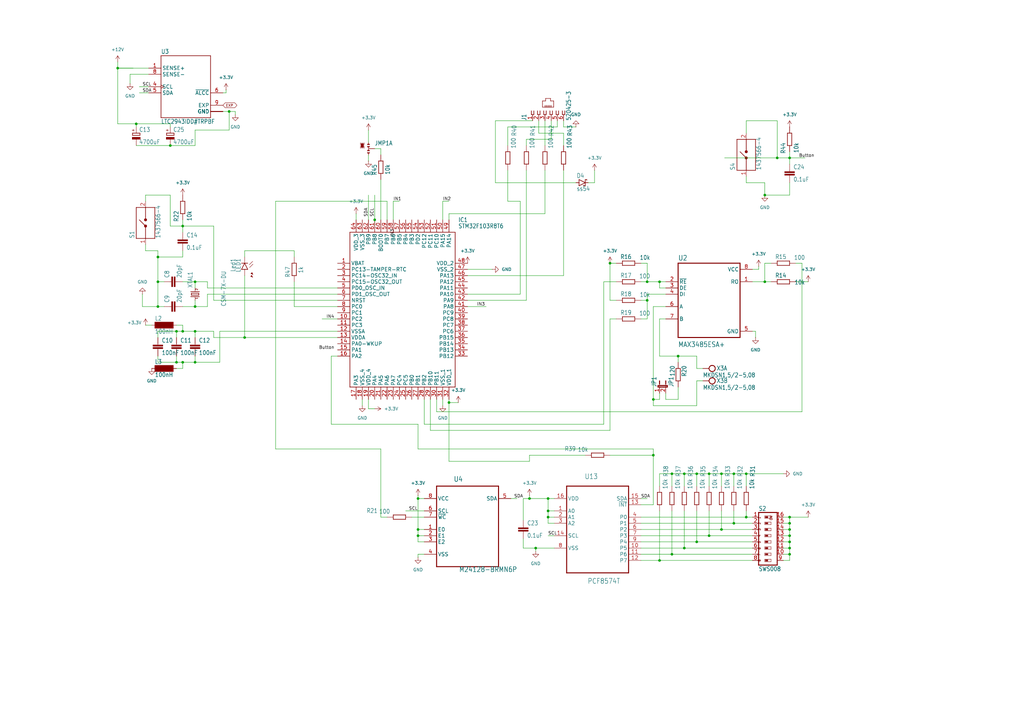
<source format=kicad_sch>
(kicad_sch (version 20250114) (generator "eeschema") (generator_version "9.0")
  (paper "A3")
  (title_block (title "RTU-Eneragro") (date "2025-08-29") (rev "2.0") (company "ELECTROSHOP") (comment 1 "Colaborator 1: Eliceo Ocampo Ccoicca"))
  (junction (at 270.51 229.87))
  (junction (at 80.01 148.59))
  (junction (at 323.85 224.79))
  (junction (at 74.93 148.59))
  (junction (at 323.85 219.71))
  (junction (at 300.99 194.31))
  (junction (at 80.01 135.89))
  (junction (at 323.85 227.33))
  (junction (at 318.77 64.77))
  (junction (at 224.79 212.09))
  (junction (at 306.07 194.31))
  (junction (at 290.83 194.31))
  (junction (at 275.59 194.31))
  (junction (at 295.91 194.31))
  (junction (at 74.93 135.89))
  (junction (at 171.45 219.71))
  (junction (at 267.97 163.83))
  (junction (at 74.93 92.71))
  (junction (at 278.13 146.05))
  (junction (at 275.59 227.33))
  (junction (at 80.01 115.57))
  (junction (at 64.77 125.73))
  (junction (at 323.85 64.77))
  (junction (at 306.07 212.09))
  (junction (at 323.85 212.09))
  (junction (at 69.85 59.69))
  (junction (at 64.77 105.41))
  (junction (at 323.85 222.25))
  (junction (at 270.51 115.57))
  (junction (at 323.85 214.63))
  (junction (at 224.79 204.47))
  (junction (at 280.67 224.79))
  (junction (at 171.45 204.47))
  (junction (at 219.71 224.79))
  (junction (at 48.26 27.94))
  (junction (at 100.33 138.43))
  (junction (at 64.77 115.57))
  (junction (at 250.19 107.95))
  (junction (at 313.69 80.01))
  (junction (at 265.43 115.57))
  (junction (at 265.43 123.19))
  (junction (at 72.39 148.59))
  (junction (at 280.67 194.31))
  (junction (at 72.39 135.89))
  (junction (at 171.45 217.17))
  (junction (at 217.17 204.47))
  (junction (at 153.67 90.17))
  (junction (at 285.75 194.31))
  (junction (at 80.01 125.73))
  (junction (at 290.83 219.71))
  (junction (at 313.69 115.57))
  (junction (at 295.91 217.17))
  (junction (at 55.88 50.8))
  (junction (at 300.99 214.63))
  (junction (at 224.79 209.55))
  (junction (at 285.75 222.25))
  (junction (at 323.85 217.17))
  (junction (at 267.97 186.69))
  (junction (at 93.98 45.72))
  (junction (at 184.15 165.1))
  (wire (pts (xy 120.65 125.73) (xy 120.65 115.57)) (stroke (width 0.1524)))
  (wire (pts (xy 309.88 135.89) (xy 309.88 138.43)))
  (wire (pts (xy 215.9 57.15) (xy 215.9 59.69)) (stroke (width 0.1524)))
  (wire (pts (xy 171.45 222.25) (xy 171.45 219.71)) (stroke (width 0.1524)))
  (wire (pts (xy 90.17 148.59) (xy 80.01 148.59)) (stroke (width 0.1524)))
  (wire (pts (xy 306.07 199.39) (xy 306.07 194.31)) (stroke (width 0.1524)))
  (wire (pts (xy 306.07 212.09) (xy 262.89 212.09)) (stroke (width 0.1524)))
  (wire (pts (xy 285.75 194.31) (xy 290.83 194.31)) (stroke (width 0.1524)))
  (wire (pts (xy 80.01 53.34) (xy 93.98 53.34)) (stroke (width 0.1524)))
  (wire (pts (xy 138.43 125.73) (xy 120.65 125.73)) (stroke (width 0.1524)))
  (wire (pts (xy 90.17 135.89) (xy 90.17 148.59)) (stroke (width 0.1524)))
  (wire (pts (xy 138.43 120.65) (xy 85.09 120.65)) (stroke (width 0.1524)))
  (wire (pts (xy 151.13 80.01) (xy 151.13 90.17)) (stroke (width 0.1524)))
  (wire (pts (xy 173.99 227.33) (xy 171.45 227.33)))
  (wire (pts (xy 64.77 105.41) (xy 74.93 105.41)) (stroke (width 0.1524)))
  (wire (pts (xy 113.03 82.55) (xy 113.03 184.15)) (stroke (width 0.1524)))
  (wire (pts (xy 171.45 217.17) (xy 171.45 204.47)) (stroke (width 0.1524)))
  (wire (pts (xy 69.85 92.71) (xy 74.93 92.71)) (stroke (width 0.1524)))
  (wire (pts (xy 181.61 82.55) (xy 184.15 82.55)))
  (wire (pts (xy 215.9 123.19) (xy 215.9 69.85)) (stroke (width 0.1524)))
  (wire (pts (xy 93.98 53.34) (xy 93.98 45.72)) (stroke (width 0.1524)))
  (wire (pts (xy 267.97 163.83) (xy 267.97 125.73)) (stroke (width 0.1524)))
  (wire (pts (xy 69.85 80.01) (xy 69.85 92.71)) (stroke (width 0.1524)))
  (wire (pts (xy 252.73 115.57) (xy 247.65 115.57)) (stroke (width 0.1524)))
  (wire (pts (xy 228.6 52.07) (xy 228.6 49.53)) (stroke (width 0.1524)))
  (wire (pts (xy 156.21 184.15) (xy 156.21 212.09)) (stroke (width 0.1524)))
  (wire (pts (xy 240.03 186.69) (xy 217.17 186.69)) (stroke (width 0.1524)))
  (wire (pts (xy 72.39 148.59) (xy 74.93 148.59)) (stroke (width 0.1524)))
  (wire (pts (xy 100.33 138.43) (xy 87.63 138.43)) (stroke (width 0.1524)))
  (wire (pts (xy 231.14 52.07) (xy 236.22 52.07)) (stroke (width 0.1524)))
  (wire (pts (xy 151.13 63.5) (xy 151.13 66.04)) (stroke (width 0.1524)))
  (wire (pts (xy 243.84 69.85) (xy 243.84 74.93)) (stroke (width 0.1524)))
  (wire (pts (xy 323.85 219.71) (xy 323.85 217.17)) (stroke (width 0.1524)))
  (wire (pts (xy 80.01 59.69) (xy 80.01 53.34)) (stroke (width 0.1524)))
  (wire (pts (xy 321.31 217.17) (xy 323.85 217.17)) (stroke (width 0.1524)))
  (wire (pts (xy 214.63 220.98) (xy 214.63 224.79)) (stroke (width 0.1524)))
  (wire (pts (xy 92.71 36.83) (xy 92.71 38.1)))
  (wire (pts (xy 265.43 115.57) (xy 262.89 115.57)) (stroke (width 0.1524)))
  (wire (pts (xy 278.13 146.05) (xy 270.51 146.05)) (stroke (width 0.1524)))
  (wire (pts (xy 85.09 118.11) (xy 85.09 115.57)) (stroke (width 0.1524)))
  (wire (pts (xy 171.45 219.71) (xy 171.45 217.17)) (stroke (width 0.1524)))
  (wire (pts (xy 179.07 168.91) (xy 328.93 168.91)) (stroke (width 0.1524)))
  (wire (pts (xy 297.18 64.77) (xy 318.77 64.77)) (stroke (width 0.1524)))
  (wire (pts (xy 224.79 214.63) (xy 224.79 212.09)) (stroke (width 0.1524)))
  (wire (pts (xy 308.61 217.17) (xy 295.91 217.17)) (stroke (width 0.1524)))
  (wire (pts (xy 270.51 194.31) (xy 275.59 194.31)) (stroke (width 0.1524)))
  (wire (pts (xy 74.93 133.35) (xy 74.93 135.89)) (stroke (width 0.1524)))
  (wire (pts (xy 57.15 38.1) (xy 60.96 38.1)) (stroke (width 0.1524)))
  (wire (pts (xy 138.43 135.89) (xy 90.17 135.89)) (stroke (width 0.1524)))
  (wire (pts (xy 285.75 146.05) (xy 278.13 146.05)) (stroke (width 0.1524)))
  (wire (pts (xy 290.83 199.39) (xy 290.83 194.31)) (stroke (width 0.1524)))
  (wire (pts (xy 227.33 209.55) (xy 224.79 209.55)) (stroke (width 0.1524)))
  (wire (pts (xy 191.77 113.03) (xy 231.14 113.03)) (stroke (width 0.1524)))
  (wire (pts (xy 278.13 148.59) (xy 278.13 146.05)) (stroke (width 0.1524)))
  (wire (pts (xy 250.19 176.53) (xy 176.53 176.53)) (stroke (width 0.1524)))
  (wire (pts (xy 231.14 49.53) (xy 231.14 52.07)) (stroke (width 0.1524)))
  (wire (pts (xy 184.15 87.63) (xy 223.52 87.63)) (stroke (width 0.1524)))
  (wire (pts (xy 323.85 217.17) (xy 323.85 214.63)) (stroke (width 0.1524)))
  (wire (pts (xy 308.61 227.33) (xy 275.59 227.33)) (stroke (width 0.1524)))
  (wire (pts (xy 323.85 64.77) (xy 323.85 67.31)) (stroke (width 0.1524)))
  (wire (pts (xy 156.21 90.17) (xy 156.21 73.66)) (stroke (width 0.1524)))
  (wire (pts (xy 275.59 209.55) (xy 275.59 227.33)) (stroke (width 0.1524)))
  (wire (pts (xy 223.52 87.63) (xy 223.52 69.85)) (stroke (width 0.1524)))
  (wire (pts (xy 85.09 125.73) (xy 80.01 125.73)) (stroke (width 0.1524)))
  (wire (pts (xy 151.13 163.83) (xy 151.13 167.64)))
  (wire (pts (xy 265.43 120.65) (xy 273.05 120.65)) (stroke (width 0.1524)))
  (wire (pts (xy 311.15 109.22) (xy 311.15 110.49)) (stroke (width 0.1524)))
  (wire (pts (xy 138.43 146.05) (xy 135.89 146.05)) (stroke (width 0.1524)))
  (wire (pts (xy 252.73 123.19) (xy 250.19 123.19)) (stroke (width 0.1524)))
  (wire (pts (xy 96.52 46.99) (xy 96.52 45.72)))
  (wire (pts (xy 313.69 107.95) (xy 313.69 115.57)) (stroke (width 0.1524)))
  (wire (pts (xy 74.93 135.89) (xy 80.01 135.89)) (stroke (width 0.1524)))
  (wire (pts (xy 262.89 107.95) (xy 265.43 107.95)) (stroke (width 0.1524)))
  (wire (pts (xy 227.33 214.63) (xy 224.79 214.63)) (stroke (width 0.1524)))
  (wire (pts (xy 323.85 74.93) (xy 323.85 80.01)) (stroke (width 0.1524)))
  (wire (pts (xy 226.06 57.15) (xy 215.9 57.15)) (stroke (width 0.1524)))
  (wire (pts (xy 247.65 115.57) (xy 247.65 173.99)) (stroke (width 0.1524)))
  (wire (pts (xy 273.05 115.57) (xy 270.51 115.57)) (stroke (width 0.1524)))
  (wire (pts (xy 214.63 204.47) (xy 217.17 204.47)) (stroke (width 0.1524)))
  (wire (pts (xy 48.26 25.4) (xy 48.26 27.94)))
  (wire (pts (xy 179.07 163.83) (xy 179.07 168.91)) (stroke (width 0.1524)))
  (wire (pts (xy 275.59 227.33) (xy 262.89 227.33)) (stroke (width 0.1524)))
  (wire (pts (xy 220.98 54.61) (xy 220.98 49.53)) (stroke (width 0.1524)))
  (wire (pts (xy 308.61 229.87) (xy 270.51 229.87)) (stroke (width 0.1524)))
  (wire (pts (xy 247.65 173.99) (xy 173.99 173.99)) (stroke (width 0.1524)))
  (wire (pts (xy 223.52 59.69) (xy 223.52 49.53)) (stroke (width 0.1524)))
  (wire (pts (xy 311.15 110.49) (xy 308.61 110.49)) (stroke (width 0.1524)))
  (wire (pts (xy 323.85 227.33) (xy 323.85 224.79)) (stroke (width 0.1524)))
  (wire (pts (xy 267.97 207.01) (xy 267.97 186.69)) (stroke (width 0.1524)))
  (wire (pts (xy 300.99 199.39) (xy 300.99 194.31)) (stroke (width 0.1524)))
  (wire (pts (xy 203.2 74.93) (xy 203.2 49.53)) (stroke (width 0.1524)))
  (wire (pts (xy 227.33 212.09) (xy 224.79 212.09)) (stroke (width 0.1524)))
  (wire (pts (xy 203.2 49.53) (xy 218.44 49.53)) (stroke (width 0.1524)))
  (wire (pts (xy 270.51 118.11) (xy 270.51 115.57)) (stroke (width 0.1524)))
  (wire (pts (xy 184.15 165.1) (xy 187.96 165.1)))
  (wire (pts (xy 231.14 113.03) (xy 231.14 69.85)) (stroke (width 0.1524)))
  (wire (pts (xy 48.26 27.94) (xy 60.96 27.94)) (stroke (width 0.1524)))
  (wire (pts (xy 306.07 74.93) (xy 313.69 74.93)) (stroke (width 0.1524)))
  (wire (pts (xy 72.39 135.89) (xy 74.93 135.89)) (stroke (width 0.1524)))
  (wire (pts (xy 181.61 163.83) (xy 181.61 166.37)) (stroke (width 0.1524)))
  (wire (pts (xy 213.36 82.55) (xy 208.28 82.55)) (stroke (width 0.1524)))
  (wire (pts (xy 321.31 219.71) (xy 323.85 219.71)) (stroke (width 0.1524)))
  (wire (pts (xy 313.69 74.93) (xy 313.69 80.01)) (stroke (width 0.1524)))
  (wire (pts (xy 267.97 166.37) (xy 267.97 163.83)) (stroke (width 0.1524)))
  (wire (pts (xy 270.51 209.55) (xy 270.51 229.87)) (stroke (width 0.1524)))
  (wire (pts (xy 158.75 82.55) (xy 113.03 82.55)) (stroke (width 0.1524)))
  (wire (pts (xy 69.85 52.07) (xy 69.85 50.8)) (stroke (width 0.1524)))
  (wire (pts (xy 74.93 92.71) (xy 74.93 95.25)) (stroke (width 0.1524)))
  (wire (pts (xy 55.88 59.69) (xy 69.85 59.69)) (stroke (width 0.1524)))
  (wire (pts (xy 158.75 90.17) (xy 158.75 82.55)) (stroke (width 0.1524)))
  (wire (pts (xy 323.85 222.25) (xy 323.85 219.71)) (stroke (width 0.1524)))
  (wire (pts (xy 74.93 105.41) (xy 74.93 102.87)) (stroke (width 0.1524)))
  (wire (pts (xy 318.77 64.77) (xy 323.85 64.77)) (stroke (width 0.1524)))
  (wire (pts (xy 290.83 194.31) (xy 295.91 194.31)) (stroke (width 0.1524)))
  (wire (pts (xy 161.29 82.55) (xy 163.83 82.55)))
  (wire (pts (xy 270.51 146.05) (xy 270.51 130.81)) (stroke (width 0.1524)))
  (wire (pts (xy 151.13 53.34) (xy 151.13 58.42)))
  (wire (pts (xy 295.91 194.31) (xy 300.99 194.31)) (stroke (width 0.1524)))
  (wire (pts (xy 306.07 194.31) (xy 321.31 194.31)) (stroke (width 0.1524)))
  (wire (pts (xy 146.05 90.17) (xy 146.05 87.63)) (stroke (width 0.1524)))
  (wire (pts (xy 323.85 212.09) (xy 331.47 212.09)) (stroke (width 0.1524)))
  (wire (pts (xy 308.61 212.09) (xy 306.07 212.09)) (stroke (width 0.1524)))
  (wire (pts (xy 316.23 107.95) (xy 313.69 107.95)) (stroke (width 0.1524)))
  (wire (pts (xy 308.61 214.63) (xy 300.99 214.63)) (stroke (width 0.1524)))
  (wire (pts (xy 250.19 130.81) (xy 250.19 176.53)) (stroke (width 0.1524)))
  (wire (pts (xy 173.99 219.71) (xy 171.45 219.71)) (stroke (width 0.1524)))
  (wire (pts (xy 267.97 184.15) (xy 267.97 186.69)) (stroke (width 0.1524)))
  (wire (pts (xy 273.05 118.11) (xy 270.51 118.11)) (stroke (width 0.1524)))
  (wire (pts (xy 270.51 199.39) (xy 270.51 194.31)) (stroke (width 0.1524)))
  (wire (pts (xy 306.07 72.39) (xy 306.07 74.93)) (stroke (width 0.1524)))
  (wire (pts (xy 138.43 118.11) (xy 85.09 118.11)) (stroke (width 0.1524)))
  (wire (pts (xy 275.59 194.31) (xy 280.67 194.31)) (stroke (width 0.1524)))
  (wire (pts (xy 171.45 173.99) (xy 171.45 184.15)) (stroke (width 0.1524)))
  (wire (pts (xy 270.51 163.83) (xy 267.97 163.83)) (stroke (width 0.1524)))
  (wire (pts (xy 219.71 224.79) (xy 227.33 224.79)) (stroke (width 0.1524)))
  (wire (pts (xy 323.85 62.23) (xy 323.85 64.77)) (stroke (width 0.1524)))
  (wire (pts (xy 300.99 194.31) (xy 306.07 194.31)) (stroke (width 0.1524)))
  (wire (pts (xy 306.07 49.53) (xy 318.77 49.53)) (stroke (width 0.1524)))
  (wire (pts (xy 265.43 107.95) (xy 265.43 115.57)) (stroke (width 0.1524)))
  (wire (pts (xy 153.67 92.71) (xy 153.67 90.17)) (stroke (width 0.1524)))
  (wire (pts (xy 156.21 212.09) (xy 158.75 212.09)) (stroke (width 0.1524)))
  (wire (pts (xy 156.21 60.96) (xy 153.67 60.96)) (stroke (width 0.1524)))
  (wire (pts (xy 55.88 50.8) (xy 55.88 52.07)) (stroke (width 0.1524)))
  (wire (pts (xy 285.75 166.37) (xy 267.97 166.37)) (stroke (width 0.1524)))
  (wire (pts (xy 265.43 130.81) (xy 265.43 123.19)) (stroke (width 0.1524)))
  (wire (pts (xy 173.99 212.09) (xy 168.91 212.09)) (stroke (width 0.1524)))
  (wire (pts (xy 132.08 130.81) (xy 138.43 130.81)))
  (wire (pts (xy 74.93 90.17) (xy 74.93 92.71)) (stroke (width 0.1524)))
  (wire (pts (xy 224.79 219.71) (xy 227.33 219.71)) (stroke (width 0.1524)))
  (wire (pts (xy 270.51 229.87) (xy 262.89 229.87)) (stroke (width 0.1524)))
  (wire (pts (xy 74.93 151.13) (xy 74.93 148.59)) (stroke (width 0.1524)))
  (wire (pts (xy 224.79 204.47) (xy 217.17 204.47)) (stroke (width 0.1524)))
  (wire (pts (xy 288.29 151.13) (xy 285.75 151.13)) (stroke (width 0.1524)))
  (wire (pts (xy 55.88 50.8) (xy 69.85 50.8)) (stroke (width 0.1524)))
  (wire (pts (xy 270.51 115.57) (xy 265.43 115.57)) (stroke (width 0.1524)))
  (wire (pts (xy 191.77 123.19) (xy 215.9 123.19)) (stroke (width 0.1524)))
  (wire (pts (xy 59.69 80.01) (xy 59.69 82.55)) (stroke (width 0.1524)))
  (wire (pts (xy 191.77 125.73) (xy 199.39 125.73)))
  (wire (pts (xy 64.77 148.59) (xy 72.39 148.59)) (stroke (width 0.1524)))
  (wire (pts (xy 224.79 209.55) (xy 224.79 204.47)) (stroke (width 0.1524)))
  (wire (pts (xy 64.77 105.41) (xy 64.77 115.57)) (stroke (width 0.1524)))
  (wire (pts (xy 224.79 212.09) (xy 224.79 209.55)) (stroke (width 0.1524)))
  (wire (pts (xy 262.89 207.01) (xy 267.97 207.01)) (stroke (width 0.1524)))
  (wire (pts (xy 64.77 146.05) (xy 64.77 148.59)) (stroke (width 0.1524)))
  (wire (pts (xy 148.59 163.83) (xy 148.59 166.37)) (stroke (width 0.1524)))
  (wire (pts (xy 156.21 63.5) (xy 156.21 60.96)) (stroke (width 0.1524)))
  (wire (pts (xy 85.09 115.57) (xy 80.01 115.57)) (stroke (width 0.1524)))
  (wire (pts (xy 74.93 148.59) (xy 80.01 148.59)) (stroke (width 0.1524)))
  (wire (pts (xy 275.59 199.39) (xy 275.59 194.31)) (stroke (width 0.1524)))
  (wire (pts (xy 72.39 133.35) (xy 74.93 133.35)) (stroke (width 0.1524)))
  (wire (pts (xy 184.15 163.83) (xy 184.15 165.1)) (stroke (width 0.1524)))
  (wire (pts (xy 231.14 59.69) (xy 231.14 54.61)) (stroke (width 0.1524)))
  (wire (pts (xy 59.69 100.33) (xy 59.69 102.87)) (stroke (width 0.1524)))
  (wire (pts (xy 48.26 27.94) (xy 54.61 27.94)))
  (wire (pts (xy 100.33 102.87) (xy 100.33 105.41)) (stroke (width 0.1524)))
  (wire (pts (xy 323.85 80.01) (xy 313.69 80.01)) (stroke (width 0.1524)))
  (wire (pts (xy 176.53 176.53) (xy 176.53 163.83)) (stroke (width 0.1524)))
  (wire (pts (xy 306.07 209.55) (xy 306.07 212.09)) (stroke (width 0.1524)))
  (wire (pts (xy 290.83 219.71) (xy 262.89 219.71)) (stroke (width 0.1524)))
  (wire (pts (xy 270.51 161.29) (xy 270.51 163.83)) (stroke (width 0.1524)))
  (wire (pts (xy 138.43 123.19) (xy 87.63 123.19)) (stroke (width 0.1524)))
  (wire (pts (xy 184.15 189.23) (xy 217.17 189.23)) (stroke (width 0.1524)))
  (wire (pts (xy 48.26 27.94) (xy 48.26 50.8)) (stroke (width 0.1524)))
  (wire (pts (xy 191.77 120.65) (xy 213.36 120.65)) (stroke (width 0.1524)))
  (wire (pts (xy 173.99 173.99) (xy 173.99 163.83)) (stroke (width 0.1524)))
  (wire (pts (xy 300.99 214.63) (xy 262.89 214.63)) (stroke (width 0.1524)))
  (wire (pts (xy 64.77 135.89) (xy 72.39 135.89)) (stroke (width 0.1524)))
  (wire (pts (xy 120.65 102.87) (xy 120.65 105.41)) (stroke (width 0.1524)))
  (wire (pts (xy 321.31 212.09) (xy 323.85 212.09)) (stroke (width 0.1524)))
  (wire (pts (xy 87.63 92.71) (xy 74.93 92.71)) (stroke (width 0.1524)))
  (wire (pts (xy 69.85 59.69) (xy 80.01 59.69)) (stroke (width 0.1524)))
  (wire (pts (xy 308.61 224.79) (xy 280.67 224.79)) (stroke (width 0.1524)))
  (wire (pts (xy 288.29 156.21) (xy 285.75 156.21)) (stroke (width 0.1524)))
  (wire (pts (xy 113.03 184.15) (xy 156.21 184.15)) (stroke (width 0.1524)))
  (wire (pts (xy 323.85 64.77) (xy 330.2 64.77)) (stroke (width 0.1524)))
  (wire (pts (xy 267.97 125.73) (xy 273.05 125.73)) (stroke (width 0.1524)))
  (wire (pts (xy 91.44 45.72) (xy 93.98 45.72)) (stroke (width 0.1524)))
  (wire (pts (xy 58.42 125.73) (xy 64.77 125.73)))
  (wire (pts (xy 214.63 224.79) (xy 219.71 224.79)) (stroke (width 0.1524)))
  (wire (pts (xy 80.01 148.59) (xy 80.01 146.05)) (stroke (width 0.1524)))
  (wire (pts (xy 184.15 90.17) (xy 184.15 87.63)) (stroke (width 0.1524)))
  (wire (pts (xy 326.39 115.57) (xy 331.47 115.57)) (stroke (width 0.1524)))
  (wire (pts (xy 85.09 120.65) (xy 85.09 125.73)) (stroke (width 0.1524)))
  (wire (pts (xy 59.69 102.87) (xy 64.77 102.87)) (stroke (width 0.1524)))
  (wire (pts (xy 321.31 222.25) (xy 323.85 222.25)) (stroke (width 0.1524)))
  (wire (pts (xy 285.75 222.25) (xy 262.89 222.25)) (stroke (width 0.1524)))
  (wire (pts (xy 208.28 82.55) (xy 208.28 69.85)) (stroke (width 0.1524)))
  (wire (pts (xy 64.77 102.87) (xy 64.77 105.41)) (stroke (width 0.1524)))
  (wire (pts (xy 300.99 209.55) (xy 300.99 214.63)) (stroke (width 0.1524)))
  (wire (pts (xy 171.45 203.2) (xy 171.45 204.47)))
  (wire (pts (xy 252.73 130.81) (xy 250.19 130.81)) (stroke (width 0.1524)))
  (wire (pts (xy 69.85 80.01) (xy 59.69 80.01)) (stroke (width 0.1524)))
  (wire (pts (xy 151.13 167.64) (xy 153.67 167.64)))
  (wire (pts (xy 265.43 123.19) (xy 265.43 120.65)) (stroke (width 0.1524)))
  (wire (pts (xy 236.22 74.93) (xy 203.2 74.93)) (stroke (width 0.1524)))
  (wire (pts (xy 273.05 161.29) (xy 273.05 163.83)) (stroke (width 0.1524)))
  (wire (pts (xy 295.91 199.39) (xy 295.91 194.31)) (stroke (width 0.1524)))
  (wire (pts (xy 100.33 113.03) (xy 100.33 138.43)) (stroke (width 0.1524)))
  (wire (pts (xy 208.28 52.07) (xy 228.6 52.07)) (stroke (width 0.1524)))
  (wire (pts (xy 213.36 120.65) (xy 213.36 82.55)) (stroke (width 0.1524)))
  (wire (pts (xy 278.13 163.83) (xy 278.13 158.75)) (stroke (width 0.1524)))
  (wire (pts (xy 328.93 168.91) (xy 328.93 107.95)) (stroke (width 0.1524)))
  (wire (pts (xy 323.85 224.79) (xy 323.85 222.25)) (stroke (width 0.1524)))
  (wire (pts (xy 72.39 146.05) (xy 72.39 148.59)) (stroke (width 0.1524)))
  (wire (pts (xy 308.61 219.71) (xy 290.83 219.71)) (stroke (width 0.1524)))
  (wire (pts (xy 100.33 102.87) (xy 120.65 102.87)) (stroke (width 0.1524)))
  (wire (pts (xy 135.89 173.99) (xy 171.45 173.99)) (stroke (width 0.1524)))
  (wire (pts (xy 328.93 107.95) (xy 326.39 107.95)) (stroke (width 0.1524)))
  (wire (pts (xy 153.67 80.01) (xy 153.67 90.17)) (stroke (width 0.1524)))
  (wire (pts (xy 208.28 59.69) (xy 208.28 52.07)) (stroke (width 0.1524)))
  (wire (pts (xy 55.88 50.8) (xy 48.26 50.8)) (stroke (width 0.1524)))
  (wire (pts (xy 321.31 214.63) (xy 323.85 214.63)) (stroke (width 0.1524)))
  (wire (pts (xy 53.34 30.48) (xy 60.96 30.48)))
  (wire (pts (xy 80.01 118.11) (xy 80.01 115.57)) (stroke (width 0.1524)))
  (wire (pts (xy 87.63 138.43) (xy 87.63 135.89)) (stroke (width 0.1524)))
  (wire (pts (xy 280.67 209.55) (xy 280.67 224.79)) (stroke (width 0.1524)))
  (wire (pts (xy 270.51 130.81) (xy 273.05 130.81)) (stroke (width 0.1524)))
  (wire (pts (xy 265.43 123.19) (xy 262.89 123.19)) (stroke (width 0.1524)))
  (wire (pts (xy 313.69 115.57) (xy 316.23 115.57)) (stroke (width 0.1524)))
  (wire (pts (xy 135.89 146.05) (xy 135.89 173.99)) (stroke (width 0.1524)))
  (wire (pts (xy 57.15 35.56) (xy 60.96 35.56)) (stroke (width 0.1524)))
  (wire (pts (xy 285.75 199.39) (xy 285.75 194.31)) (stroke (width 0.1524)))
  (wire (pts (xy 53.34 34.29) (xy 53.34 30.48)))
  (wire (pts (xy 262.89 204.47) (xy 265.43 204.47)) (stroke (width 0.1524)))
  (wire (pts (xy 306.07 54.61) (xy 306.07 49.53)) (stroke (width 0.1524)))
  (wire (pts (xy 87.63 135.89) (xy 80.01 135.89)) (stroke (width 0.1524)))
  (wire (pts (xy 138.43 138.43) (xy 100.33 138.43)) (stroke (width 0.1524)))
  (wire (pts (xy 285.75 156.21) (xy 285.75 166.37)) (stroke (width 0.1524)))
  (wire (pts (xy 62.23 133.35) (xy 59.69 133.35)) (stroke (width 0.1524)))
  (wire (pts (xy 262.89 130.81) (xy 265.43 130.81)) (stroke (width 0.1524)))
  (wire (pts (xy 243.84 74.93) (xy 241.3 74.93)) (stroke (width 0.1524)))
  (wire (pts (xy 226.06 49.53) (xy 226.06 57.15)) (stroke (width 0.1524)))
  (wire (pts (xy 308.61 115.57) (xy 313.69 115.57)) (stroke (width 0.1524)))
  (wire (pts (xy 209.55 204.47) (xy 212.09 204.47)) (stroke (width 0.1524)))
  (wire (pts (xy 191.77 110.49) (xy 201.93 110.49)) (stroke (width 0.1524)))
  (wire (pts (xy 280.67 224.79) (xy 262.89 224.79)) (stroke (width 0.1524)))
  (wire (pts (xy 173.99 222.25) (xy 171.45 222.25)) (stroke (width 0.1524)))
  (wire (pts (xy 64.77 115.57) (xy 64.77 125.73)) (stroke (width 0.1524)))
  (wire (pts (xy 295.91 217.17) (xy 262.89 217.17)) (stroke (width 0.1524)))
  (wire (pts (xy 321.31 227.33) (xy 323.85 227.33)) (stroke (width 0.1524)))
  (wire (pts (xy 318.77 49.53) (xy 318.77 64.77)) (stroke (width 0.1524)))
  (wire (pts (xy 323.85 229.87) (xy 323.85 227.33)) (stroke (width 0.1524)))
  (wire (pts (xy 280.67 194.31) (xy 285.75 194.31)) (stroke (width 0.1524)))
  (wire (pts (xy 58.42 120.65) (xy 58.42 125.73)))
  (wire (pts (xy 67.31 115.57) (xy 64.77 115.57)) (stroke (width 0.1524)))
  (wire (pts (xy 290.83 209.55) (xy 290.83 219.71)) (stroke (width 0.1524)))
  (wire (pts (xy 166.37 209.55) (xy 173.99 209.55)))
  (wire (pts (xy 295.91 209.55) (xy 295.91 217.17)) (stroke (width 0.1524)))
  (wire (pts (xy 219.71 226.06) (xy 219.71 224.79)))
  (wire (pts (xy 273.05 163.83) (xy 278.13 163.83)) (stroke (width 0.1524)))
  (wire (pts (xy 214.63 204.47) (xy 214.63 213.36)) (stroke (width 0.1524)))
  (wire (pts (xy 64.77 125.73) (xy 67.31 125.73)) (stroke (width 0.1524)))
  (wire (pts (xy 93.98 45.72) (xy 96.52 45.72)))
  (wire (pts (xy 267.97 186.69) (xy 250.19 186.69)) (stroke (width 0.1524)))
  (wire (pts (xy 72.39 138.43) (xy 72.39 135.89)) (stroke (width 0.1524)))
  (wire (pts (xy 184.15 165.1) (xy 184.15 189.23)) (stroke (width 0.1524)))
  (wire (pts (xy 217.17 203.2) (xy 217.17 204.47)))
  (wire (pts (xy 171.45 217.17) (xy 173.99 217.17)) (stroke (width 0.1524)))
  (wire (pts (xy 323.85 214.63) (xy 323.85 212.09)) (stroke (width 0.1524)))
  (wire (pts (xy 252.73 107.95) (xy 250.19 107.95)) (stroke (width 0.1524)))
  (wire (pts (xy 308.61 135.89) (xy 309.88 135.89)) (stroke (width 0.1524)))
  (wire (pts (xy 91.44 38.1) (xy 92.71 38.1)) (stroke (width 0.1524)))
  (wire (pts (xy 181.61 90.17) (xy 181.61 82.55)))
  (wire (pts (xy 285.75 151.13) (xy 285.75 146.05)) (stroke (width 0.1524)))
  (wire (pts (xy 321.31 224.79) (xy 323.85 224.79)) (stroke (width 0.1524)))
  (wire (pts (xy 250.19 123.19) (xy 250.19 107.95)) (stroke (width 0.1524)))
  (wire (pts (xy 285.75 209.55) (xy 285.75 222.25)) (stroke (width 0.1524)))
  (wire (pts (xy 80.01 115.57) (xy 74.93 115.57)) (stroke (width 0.1524)))
  (wire (pts (xy 64.77 138.43) (xy 64.77 135.89)) (stroke (width 0.1524)))
  (wire (pts (xy 280.67 199.39) (xy 280.67 194.31)) (stroke (width 0.1524)))
  (wire (pts (xy 231.14 54.61) (xy 220.98 54.61)) (stroke (width 0.1524)))
  (wire (pts (xy 171.45 184.15) (xy 267.97 184.15)) (stroke (width 0.1524)))
  (wire (pts (xy 173.99 204.47) (xy 171.45 204.47)) (stroke (width 0.1524)))
  (wire (pts (xy 161.29 90.17) (xy 161.29 82.55)))
  (wire (pts (xy 80.01 123.19) (xy 80.01 125.73)) (stroke (width 0.1524)))
  (wire (pts (xy 217.17 186.69) (xy 217.17 189.23)) (stroke (width 0.1524)))
  (wire (pts (xy 87.63 123.19) (xy 87.63 92.71)) (stroke (width 0.1524)))
  (wire (pts (xy 72.39 151.13) (xy 74.93 151.13)) (stroke (width 0.1524)))
  (wire (pts (xy 80.01 125.73) (xy 74.93 125.73)) (stroke (width 0.1524)))
  (wire (pts (xy 227.33 204.47) (xy 224.79 204.47)) (stroke (width 0.1524)))
  (wire (pts (xy 308.61 222.25) (xy 285.75 222.25)) (stroke (width 0.1524)))
  (wire (pts (xy 171.45 227.33) (xy 171.45 228.6)))
  (wire (pts (xy 321.31 229.87) (xy 323.85 229.87)) (stroke (width 0.1524)))
  (wire (pts (xy 80.01 135.89) (xy 80.01 138.43)) (stroke (width 0.1524)))
  (label "SCL" (at 167.64 209.55 0))
  (label "IN3" (at 161.925 97.155 90))
  (label "SDA" (at 210.82 204.47 0))
  (label "SDA" (at 262.89 204.47 0))
  (label "IN4" (at 137.16 130.81 180))
  (label "Button" (at 327.66 64.77 0))
  (label "IN1" (at 161.29 82.55 0))
  (label "SCL" (at 153.67 88.9 90))
  (label "SDA" (at 58.42 38.1 0))
  (label "SCL" (at 224.79 219.71 0))
  (label "IN3" (at 195.58 125.73 0))
  (label "SCL" (at 58.42 35.56 0))
  (label "SDA" (at 151.13 88.9 90))
  (label "Button" (at 137.16 143.51 180))
  (label "IN2" (at 181.61 82.55 0))
  (global_label "EXP" (shape bidirectional) (at 91.44 43.18 0) (effects (font (size 1.016 1.016))) (property "Intersheetrefs" "${INTERSHEET_REFS}" (effects (hide yes))))
  (symbol (lib_id "RTU_Agro_V4-eagle-import:STM32F103R8T6") (at 138.43 107.95 0) (unit 1)
    (property "Reference" "IC1" (at 187.96 90.17 0) (effects (font (size 1.778 1.5113)) (justify left)))
    (property "Value" "STM32F103R8T6" (at 187.96 92.71 0) (effects (font (size 1.778 1.5113)) (justify left)))
    (property "Footprint" "RTU_Agro_V4:QFP50P1200X1200X160-64N" (effects (hide yes)))
  )
  (symbol (lib_id "RTU_Agro_V4-eagle-import:C-EUC0603") (at 69.85 125.73 90) (unit 1)
    (property "Reference" "C9" (at 69.469 124.206 0) (effects (font (size 1.778 1.5113)) (justify left bottom)))
    (property "Value" "20pF" (at 74.549 124.206 0) (effects (font (size 1.778 1.5113)) (justify left bottom)))
    (property "Footprint" "RTU_Agro_V4:C0603" (effects (hide yes)))
  )
  (symbol (lib_id "RTU_Agro_V4-eagle-import:0R-JUMPB") (at 148.59 58.42 0) (unit 2)
    (property "Reference" "JMP1" (effects (hide yes)))
    (property "Value" "0R-JUMPB" (effects (hide yes)))
    (property "Footprint" "RTU_Agro_V4:B0R-JMP" (effects (hide yes)))
  )
  (symbol (lib_id "RTU_Agro_V4-eagle-import:R-EU_R0603") (at 275.59 204.47 90) (unit 1)
    (property "Reference" "R37" (at 279.1714 195.58 0) (effects (font (size 1.778 1.5113)) (justify left bottom)))
    (property "Value" "10k" (at 278.892 200.66 0) (effects (font (size 1.778 1.5113)) (justify left bottom)))
    (property "Footprint" "RTU_Agro_V4:R0603" (effects (hide yes)))
  )
  (symbol (lib_id "power:GND") (at 201.93 110.49 90) (unit 1)
    (property "Reference" "#PWR039" (effects (hide yes)))
    (property "Value" "GND" (at 205.74 110.4899 90) (effects (justify right)))
    (property "Description" "Power symbol creates a global label with name \"GND\" , ground" (effects (hide yes)))
  )
  (symbol (lib_id "power:+3.3V") (at 171.45 203.2 0) (unit 1)
    (property "Reference" "#PWR042" (effects (hide yes)))
    (property "Value" "+3.3V" (at 171.45 198.12 0))
    (property "Description" "Power symbol creates a global label with name \"+3.3V\"" (effects (hide yes)))
  )
  (symbol (lib_id "RTU_Agro_V4-eagle-import:R-EU_R0603") (at 74.93 85.09 270) (unit 1)
    (property "Reference" "R22" (at 71.3486 86.36 0) (effects (font (size 1.778 1.5113)) (justify left bottom)))
    (property "Value" "10k" (at 76.708 86.36 0) (effects (font (size 1.778 1.5113)) (justify left bottom)))
    (property "Footprint" "RTU_Agro_V4:R0603" (effects (hide yes)))
  )
  (symbol (lib_id "RTU_Agro_V4-eagle-import:CPOL-EUE7.5-18") (at 55.88 54.61 0) (unit 1)
    (property "Reference" "C13" (at 57.023 54.1274 0) (effects (font (size 1.778 1.5113)) (justify left bottom)))
    (property "Value" "4700uF" (at 57.023 59.2074 0) (effects (font (size 1.778 1.5113)) (justify left bottom)))
    (property "Footprint" "RTU_Agro_V4:E7,5-18" (effects (hide yes)))
  )
  (symbol (lib_id "RTU_Agro_V4-eagle-import:R-EU_R0603") (at 323.85 57.15 270) (unit 1)
    (property "Reference" "R44" (at 320.2686 58.42 0) (effects (font (size 1.778 1.5113)) (justify left bottom)))
    (property "Value" "10k" (at 325.628 58.42 0) (effects (font (size 1.778 1.5113)) (justify left bottom)))
    (property "Footprint" "RTU_Agro_V4:R0603" (effects (hide yes)))
  )
  (symbol (lib_id "power:GND") (at 148.59 166.37 0) (unit 1)
    (property "Reference" "#PWR037" (effects (hide yes)))
    (property "Value" "GND" (at 148.59 171.45 0))
    (property "Description" "Power symbol creates a global label with name \"GND\" , ground" (effects (hide yes)))
  )
  (symbol (lib_id "RTU_Agro_V4-eagle-import:LTC2943IDD#TRPBF") (at 76.2 35.56 0) (unit 1)
    (property "Reference" "U3" (at 66.04 22.098 0) (effects (font (size 1.778 1.5113)) (justify left bottom)))
    (property "Value" "LTC2943IDD#TRPBF" (at 66.04 50.8 0) (effects (font (size 1.778 1.5113)) (justify left bottom)))
    (property "Footprint" "RTU_Agro_V4:SON50P300X300X80-9N" (effects (hide yes)))
  )
  (symbol (lib_id "RTU_Agro_V4-eagle-import:SM-1206") (at 67.31 151.13 0) (unit 1)
    (property "Reference" "L3" (at 63.5 149.352 0) (effects (font (size 1.778 1.5113)) (justify left bottom)))
    (property "Value" "100nH" (at 63.5 154.686 0) (effects (font (size 1.778 1.5113)) (justify left bottom)))
    (property "Footprint" "RTU_Agro_V4:SM-1206" (effects (hide yes)))
  )
  (symbol (lib_id "power:GND") (at 219.71 226.06 0) (unit 1)
    (property "Reference" "#PWR047" (effects (hide yes)))
    (property "Value" "GND" (at 219.71 231.14 0))
    (property "Description" "Power symbol creates a global label with name \"GND\" , ground" (effects (hide yes)))
  )
  (symbol (lib_id "power:GND") (at 96.52 46.99 0) (unit 1)
    (property "Reference" "#PWR051" (effects (hide yes)))
    (property "Value" "GND" (at 96.52 52.07 0))
    (property "Description" "Power symbol creates a global label with name \"GND\" , ground" (effects (hide yes)))
  )
  (symbol (lib_id "power:+3.3V") (at 92.71 36.83 0) (unit 1)
    (property "Reference" "#PWR055" (effects (hide yes)))
    (property "Value" "+3.3V" (at 92.71 31.75 0))
    (property "Description" "Power symbol creates a global label with name \"+3.3V\"" (effects (hide yes)))
  )
  (symbol (lib_id "power:+3.3V") (at 331.47 212.09 0) (unit 1)
    (property "Reference" "#PWR050" (effects (hide yes)))
    (property "Value" "+3.3V" (at 331.47 207.01 0))
    (property "Description" "Power symbol creates a global label with name \"+3.3V\"" (effects (hide yes)))
  )
  (symbol (lib_id "RTU_Agro_V4-eagle-import:1437566-4") (at 306.07 64.77 90) (unit 1)
    (property "Reference" "S4" (at 301.4942 69.8542 0) (effects (font (size 1.7794 1.5124)) (justify left bottom)))
    (property "Value" "1437566-4" (at 312.1717 69.8548 0) (effects (font (size 1.7796 1.5126)) (justify left bottom)))
    (property "Footprint" "RTU_Agro_V4:SW_1437566-4" (effects (hide yes)))
  )
  (symbol (lib_id "RTU_Agro_V4-eagle-import:1437566-4") (at 59.69 92.71 90) (unit 1)
    (property "Reference" "S1" (at 55.1142 97.7942 0) (effects (font (size 1.7794 1.5124)) (justify left bottom)))
    (property "Value" "1437566-4" (at 65.7917 97.7948 0) (effects (font (size 1.7796 1.5126)) (justify left bottom)))
    (property "Footprint" "RTU_Agro_V4:SW_1437566-4" (effects (hide yes)))
  )
  (symbol (lib_id "RTU_Agro_V4-eagle-import:R-EU_R0603") (at 300.99 204.47 90) (unit 1)
    (property "Reference" "R32" (at 304.5714 195.58 0) (effects (font (size 1.778 1.5113)) (justify left bottom)))
    (property "Value" "10k" (at 304.292 200.66 0) (effects (font (size 1.778 1.5113)) (justify left bottom)))
    (property "Footprint" "RTU_Agro_V4:R0603" (effects (hide yes)))
  )
  (symbol (lib_id "RTU_Agro_V4-eagle-import:R-EU_R0603") (at 257.81 115.57 180) (unit 1)
    (property "Reference" "R17" (at 259.08 111.9886 0) (effects (font (size 1.778 1.5113)) (justify left bottom)))
    (property "Value" "100" (at 266.7 112.268 0) (effects (font (size 1.778 1.5113)) (justify left bottom)))
    (property "Footprint" "RTU_Agro_V4:R0603" (effects (hide yes)))
  )
  (symbol (lib_id "RTU_Agro_V4-eagle-import:CPOL-EUE7.5-18") (at 69.85 54.61 0) (unit 1)
    (property "Reference" "C25" (at 70.993 54.1274 0) (effects (font (size 1.778 1.5113)) (justify left bottom)))
    (property "Value" "4700uF" (at 70.993 59.2074 0) (effects (font (size 1.778 1.5113)) (justify left bottom)))
    (property "Footprint" "RTU_Agro_V4:E7,5-18" (effects (hide yes)))
  )
  (symbol (lib_id "RTU_Agro_V4-eagle-import:CSM-7X-DU") (at 80.01 120.65 90) (unit 1)
    (property "Reference" "XTAL1" (at 78.994 118.11 0) (effects (font (size 1.778 1.5113)) (justify left bottom)))
    (property "Value" "CSM-7X-DU" (at 92.71 125.73 0) (effects (font (size 1.778 1.5113)) (justify left bottom)))
    (property "Footprint" "RTU_Agro_V4:CSM-7X-DU" (effects (hide yes)))
  )
  (symbol (lib_id "power:+3.3V") (at 331.47 115.57 0) (unit 1)
    (property "Reference" "#PWR061" (effects (hide yes)))
    (property "Value" "+3.3V" (at 331.47 110.49 0))
    (property "Description" "Power symbol creates a global label with name \"+3.3V\"" (effects (hide yes)))
  )
  (symbol (lib_id "power:+3.3V") (at 217.17 203.2 0) (unit 1)
    (property "Reference" "#PWR044" (effects (hide yes)))
    (property "Value" "+3.3V" (at 217.17 198.12 0))
    (property "Description" "Power symbol creates a global label with name \"+3.3V\"" (effects (hide yes)))
  )
  (symbol (lib_id "RTU_Agro_V4-eagle-import:JP1E") (at 270.51 158.75 0) (unit 1)
    (property "Reference" "JP1" (at 269.24 158.75 90) (effects (font (size 1.778 1.5113)) (justify left bottom)))
    (property "Value" "JP1" (at 276.225 158.75 90) (effects (font (size 1.778 1.5113)) (justify left bottom)))
    (property "Footprint" "RTU_Agro_V4:JP1" (effects (hide yes)))
  )
  (symbol (lib_id "RTU_Agro_V4-eagle-import:R-EU_R0603") (at 245.11 186.69 180) (unit 1)
    (property "Reference" "R39" (at 236.22 183.1086 0) (effects (font (size 1.778 1.5113)) (justify left bottom)))
    (property "Value" "10k" (at 241.3 183.388 0) (effects (font (size 1.778 1.5113)) (justify left bottom)))
    (property "Footprint" "RTU_Agro_V4:R0603" (effects (hide yes)))
  )
  (symbol (lib_id "RTU_Agro_V4-eagle-import:C-EUC0603") (at 72.39 140.97 0) (unit 1)
    (property "Reference" "C11" (at 73.914 140.589 0) (effects (font (size 1.778 1.5113)) (justify left bottom)))
    (property "Value" "100nF" (at 73.914 145.669 0) (effects (font (size 1.778 1.5113)) (justify left bottom)))
    (property "Footprint" "RTU_Agro_V4:C0603" (effects (hide yes)))
  )
  (symbol (lib_id "RTU_Agro_V4-eagle-import:MKDSN1,5/2-5,08") (at 290.83 156.21 0) (unit 2)
    (property "Reference" "X3" (at 293.878 157.099 0) (effects (font (size 1.778 1.5113)) (justify left bottom)))
    (property "Value" "MKDSN1,5/2-5,08" (at 288.29 159.893 0) (effects (font (size 1.778 1.5113)) (justify left bottom)))
    (property "Footprint" "RTU_Agro_V4:MKDSN1,5_2-5,08" (effects (hide yes)))
  )
  (symbol (lib_id "power:GND") (at 236.22 52.07 180) (unit 1)
    (property "Reference" "#PWR040" (effects (hide yes)))
    (property "Value" "GND" (at 236.22 46.99 0))
    (property "Description" "Power symbol creates a global label with name \"GND\" , ground" (effects (hide yes)))
  )
  (symbol (lib_id "RTU_Agro_V4-eagle-import:R-EU_R0603") (at 163.83 212.09 180) (unit 1)
    (property "Reference" "R21" (at 154.94 208.5086 0) (effects (font (size 1.778 1.5113)) (justify left bottom)))
    (property "Value" "100" (at 160.02 208.788 0) (effects (font (size 1.778 1.5113)) (justify left bottom)))
    (property "Footprint" "RTU_Agro_V4:R0603" (effects (hide yes)))
  )
  (symbol (lib_id "RTU_Agro_V4-eagle-import:R-EU_R0603") (at 257.81 130.81 180) (unit 1)
    (property "Reference" "R19" (at 259.08 127.2286 0) (effects (font (size 1.778 1.5113)) (justify left bottom)))
    (property "Value" "100" (at 266.7 127.508 0) (effects (font (size 1.778 1.5113)) (justify left bottom)))
    (property "Footprint" "RTU_Agro_V4:R0603" (effects (hide yes)))
  )
  (symbol (lib_id "power:GND") (at 151.13 66.04 0) (unit 1)
    (property "Reference" "#PWR067" (effects (hide yes)))
    (property "Value" "GND" (at 151.13 71.12 0))
    (property "Description" "Power symbol creates a global label with name \"GND\" , ground" (effects (hide yes)))
  )
  (symbol (lib_id "power:GND") (at 181.61 166.37 0) (unit 1)
    (property "Reference" "#PWR038" (effects (hide yes)))
    (property "Value" "GND" (at 181.61 171.45 0))
    (property "Description" "Power symbol creates a global label with name \"GND\" , ground" (effects (hide yes)))
  )
  (symbol (lib_id "RTU_Agro_V4-eagle-import:R-EU_R0603") (at 270.51 204.47 90) (unit 1)
    (property "Reference" "R38" (at 274.0914 195.58 0) (effects (font (size 1.778 1.5113)) (justify left bottom)))
    (property "Value" "10k" (at 273.812 200.66 0) (effects (font (size 1.778 1.5113)) (justify left bottom)))
    (property "Footprint" "RTU_Agro_V4:R0603" (effects (hide yes)))
  )
  (symbol (lib_id "power:GND") (at 309.88 138.43 0) (unit 1)
    (property "Reference" "#PWR045" (effects (hide yes)))
    (property "Value" "GND" (at 309.88 143.51 0))
    (property "Description" "Power symbol creates a global label with name \"GND\" , ground" (effects (hide yes)))
  )
  (symbol (lib_id "RTU_Agro_V4-eagle-import:SWS008") (at 313.69 219.71 270) (unit 1)
    (property "Reference" "S2" (at 311.15 209.55 90) (effects (font (size 1.778 1.5113)) (justify left bottom)))
    (property "Value" "SWS008" (at 311.15 234.315 90) (effects (font (size 1.778 1.5113)) (justify left bottom)))
    (property "Footprint" "RTU_Agro_V4:SMS-008" (effects (hide yes)))
  )
  (symbol (lib_id "RTU_Agro_V4-eagle-import:R-EU_R0603") (at 321.31 107.95 180) (unit 1)
    (property "Reference" "R15" (at 322.58 104.3686 0) (effects (font (size 1.778 1.5113)) (justify left bottom)))
    (property "Value" "100" (at 330.2 104.648 0) (effects (font (size 1.778 1.5113)) (justify left bottom)))
    (property "Footprint" "RTU_Agro_V4:R0603" (effects (hide yes)))
  )
  (symbol (lib_id "power:+3.3V") (at 250.19 107.95 0) (unit 1)
    (property "Reference" "#PWR060" (effects (hide yes)))
    (property "Value" "+3.3V" (at 250.19 102.87 0))
    (property "Description" "Power symbol creates a global label with name \"+3.3V\"" (effects (hide yes)))
  )
  (symbol (lib_id "RTU_Agro_V4-eagle-import:PCF8574T") (at 245.11 214.63 0) (unit 1)
    (property "Reference" "U13" (at 239.7348 196.5684 0) (effects (font (size 2.0889 1.7755)) (justify left bottom)))
    (property "Value" "PCF8574T" (at 240.9611 239.4723 0) (effects (font (size 2.0871 1.774)) (justify left bottom)))
    (property "Footprint" "RTU_Agro_V4:SOIC127P1032X265-16N" (effects (hide yes)))
  )
  (symbol (lib_id "RTU_Agro_V4-eagle-import:MKDSN1,5/2-5,08") (at 290.83 151.13 0) (unit 1)
    (property "Reference" "X3" (at 293.878 152.019 0) (effects (font (size 1.778 1.5113)) (justify left bottom)))
    (property "Value" "MKDSN1,5/2-5,08" (at 288.29 154.813 0) (effects (font (size 1.778 1.5113)) (justify left bottom)))
    (property "Footprint" "RTU_Agro_V4:MKDSN1,5_2-5,08" (effects (hide yes)))
  )
  (symbol (lib_id "power:+3.3V") (at 151.13 53.34 0) (unit 1)
    (property "Reference" "#PWR057" (effects (hide yes)))
    (property "Value" "+3.3V" (at 151.13 48.26 0))
    (property "Description" "Power symbol creates a global label with name \"+3.3V\"" (effects (hide yes)))
  )
  (symbol (lib_id "RTU_Agro_V4-eagle-import:R-EU_R0603") (at 120.65 110.49 270) (unit 1)
    (property "Reference" "R47" (at 117.0686 109.22 0) (effects (font (size 1.778 1.5113)) (justify left bottom)))
    (property "Value" "1k" (at 122.428 109.22 0) (effects (font (size 1.778 1.5113)) (justify left bottom)))
    (property "Footprint" "RTU_Agro_V4:R0603" (effects (hide yes)))
  )
  (symbol (lib_id "RTU_Agro_V4-eagle-import:MAX3485ESA+") (at 290.83 123.19 0) (unit 1)
    (property "Reference" "U2" (at 278.13 106.95 0) (effects (font (size 2.0828 1.7703)) (justify left bottom)))
    (property "Value" "MAX3485ESA+" (at 278.13 142.43 0) (effects (font (size 2.0828 1.7703)) (justify left bottom)))
    (property "Footprint" "RTU_Agro_V4:SOIC127P600X175-8N" (effects (hide yes)))
  )
  (symbol (lib_id "RTU_Agro_V4-eagle-import:M24128-BRMN6P") (at 191.77 212.09 0) (unit 1)
    (property "Reference" "U4" (at 186.0397 197.6497 0) (effects (font (size 2.0883 1.775)) (justify left bottom)))
    (property "Value" "M24128-BRMN6P" (at 188.258 234.6887 0) (effects (font (size 2.0868 1.7737)) (justify left bottom)))
    (property "Footprint" "RTU_Agro_V4:SOIC127P600X175-8N" (effects (hide yes)))
  )
  (symbol (lib_id "RTU_Agro_V4-eagle-import:0R-JUMPB") (at 151.13 60.96 0) (unit 1)
    (property "Reference" "JMP1" (at 153.67 59.69 0) (effects (font (size 1.778 1.5113)) (justify left bottom)))
    (property "Value" "0R-JUMPB" (effects (hide yes)))
    (property "Footprint" "RTU_Agro_V4:B0R-JMP" (effects (hide yes)))
  )
  (symbol (lib_id "power:+12V") (at 48.26 25.4 0) (unit 1)
    (property "Reference" "#PWR068" (effects (hide yes)))
    (property "Value" "+12V" (at 48.26 20.32 0))
    (property "Description" "Power symbol creates a global label with name \"+12V\"" (effects (hide yes)))
  )
  (symbol (lib_id "RTU_Agro_V4-eagle-import:R-EU_R0603") (at 321.31 115.57 180) (unit 1)
    (property "Reference" "R14" (at 322.58 111.9886 0) (effects (font (size 1.778 1.5113)) (justify left bottom)))
    (property "Value" "10k" (at 330.2 114.808 0) (effects (font (size 1.778 1.5113)) (justify left bottom)))
    (property "Footprint" "RTU_Agro_V4:R0603" (effects (hide yes)))
  )
  (symbol (lib_id "RTU_Agro_V4-eagle-import:R-EU_R0603") (at 285.75 204.47 90) (unit 1)
    (property "Reference" "R35" (at 289.3314 195.58 0) (effects (font (size 1.778 1.5113)) (justify left bottom)))
    (property "Value" "10k" (at 289.052 200.66 0) (effects (font (size 1.778 1.5113)) (justify left bottom)))
    (property "Footprint" "RTU_Agro_V4:R0603" (effects (hide yes)))
  )
  (symbol (lib_id "power:GND") (at 53.34 34.29 0) (unit 1)
    (property "Reference" "#PWR036" (effects (hide yes)))
    (property "Value" "GND" (at 53.34 39.37 0))
    (property "Description" "Power symbol creates a global label with name \"GND\" , ground" (effects (hide yes)))
  )
  (symbol (lib_id "power:+3.3V") (at 311.15 109.22 0) (unit 1)
    (property "Reference" "#PWR049" (effects (hide yes)))
    (property "Value" "+3.3V" (at 311.15 104.14 0))
    (property "Description" "Power symbol creates a global label with name \"+3.3V\"" (effects (hide yes)))
  )
  (symbol (lib_id "power:GND") (at 58.42 120.65 180) (unit 1)
    (property "Reference" "#PWR066" (effects (hide yes)))
    (property "Value" "GND" (at 58.42 115.6286 0))
    (property "Description" "Power symbol creates a global label with name \"GND\" , ground" (effects (hide yes)))
  )
  (symbol (lib_id "power:GND") (at 321.31 194.31 90) (unit 1)
    (property "Reference" "#PWR046" (effects (hide yes)))
    (property "Value" "GND" (at 325.12 194.3099 90) (effects (justify right)))
    (property "Description" "Power symbol creates a global label with name \"GND\" , ground" (effects (hide yes)))
  )
  (symbol (lib_id "RTU_Agro_V4-eagle-import:R-EU_R0603") (at 306.07 204.47 90) (unit 1)
    (property "Reference" "R31" (at 309.6514 195.58 0) (effects (font (size 1.778 1.5113)) (justify left bottom)))
    (property "Value" "10k" (at 309.372 200.66 0) (effects (font (size 1.778 1.5113)) (justify left bottom)))
    (property "Footprint" "RTU_Agro_V4:R0603" (effects (hide yes)))
  )
  (symbol (lib_id "power:+3.3V") (at 243.84 69.85 0) (unit 1)
    (property "Reference" "#PWR062" (effects (hide yes)))
    (property "Value" "+3.3V" (at 243.84 64.77 0))
    (property "Description" "Power symbol creates a global label with name \"+3.3V\"" (effects (hide yes)))
  )
  (symbol (lib_id "power:+3.3V") (at 146.05 87.63 0) (unit 1)
    (property "Reference" "#PWR052" (effects (hide yes)))
    (property "Value" "+3.3V" (at 146.05 82.55 0))
    (property "Description" "Power symbol creates a global label with name \"+3.3V\"" (effects (hide yes)))
  )
  (symbol (lib_id "power:+3.3V") (at 323.85 52.07 0) (unit 1)
    (property "Reference" "#PWR058" (effects (hide yes)))
    (property "Value" "+3.3V" (at 323.85 46.99 0))
    (property "Description" "Power symbol creates a global label with name \"+3.3V\"" (effects (hide yes)))
  )
  (symbol (lib_id "RTU_Agro_V4-eagle-import:C-EUC0603") (at 214.63 215.9 0) (unit 1)
    (property "Reference" "C23" (at 216.154 215.519 0) (effects (font (size 1.778 1.5113)) (justify left bottom)))
    (property "Value" "0.1uF" (at 216.154 220.599 0) (effects (font (size 1.778 1.5113)) (justify left bottom)))
    (property "Footprint" "RTU_Agro_V4:C0603" (effects (hide yes)))
  )
  (symbol (lib_id "RTU_Agro_V4-eagle-import:520425-3") (at 223.52 46.99 90) (unit 1)
    (property "Reference" "J1" (at 215.9 49.53 0) (effects (font (size 1.778 1.5113)) (justify left bottom)))
    (property "Value" "520425-3" (at 234.188 49.53 0) (effects (font (size 1.778 1.5113)) (justify left bottom)))
    (property "Footprint" "RTU_Agro_V4:520425-3" (effects (hide yes)))
  )
  (symbol (lib_id "RTU_Agro_V4-eagle-import:R-EU_R0603") (at 290.83 204.47 90) (unit 1)
    (property "Reference" "R34" (at 294.4114 195.58 0) (effects (font (size 1.778 1.5113)) (justify left bottom)))
    (property "Value" "10k" (at 294.132 200.66 0) (effects (font (size 1.778 1.5113)) (justify left bottom)))
    (property "Footprint" "RTU_Agro_V4:R0603" (effects (hide yes)))
  )
  (symbol (lib_id "RTU_Agro_V4-eagle-import:C-EUC0603") (at 323.85 69.85 0) (unit 1)
    (property "Reference" "C24" (at 325.374 69.469 0) (effects (font (size 1.778 1.5113)) (justify left bottom)))
    (property "Value" "0.1uF" (at 325.374 74.549 0) (effects (font (size 1.778 1.5113)) (justify left bottom)))
    (property "Footprint" "RTU_Agro_V4:C0603" (effects (hide yes)))
  )
  (symbol (lib_id "power:+3.3V") (at 74.93 80.01 0) (unit 1)
    (property "Reference" "#PWR059" (effects (hide yes)))
    (property "Value" "+3.3V" (at 74.93 74.93 0))
    (property "Description" "Power symbol creates a global label with name \"+3.3V\"" (effects (hide yes)))
  )
  (symbol (lib_id "RTU_Agro_V4-eagle-import:LEDCHIPLED_0603") (at 100.33 110.49 180) (unit 1)
    (property "Reference" "LED1" (at 96.774 105.918 90) (effects (font (size 1.778 1.5113)) (justify left bottom)))
    (property "Value" "Led1" (at 94.615 105.918 90) (effects (font (size 1.778 1.5113)) (justify left bottom)))
    (property "Footprint" "RTU_Agro_V4:CHIPLED_0603" (effects (hide yes)))
  )
  (symbol (lib_id "RTU_Agro_V4-eagle-import:R-EU_R0603") (at 215.9 64.77 90) (unit 1)
    (property "Reference" "R41" (at 219.4814 55.88 0) (effects (font (size 1.778 1.5113)) (justify left bottom)))
    (property "Value" "100" (at 219.202 60.96 0) (effects (font (size 1.778 1.5113)) (justify left bottom)))
    (property "Footprint" "RTU_Agro_V4:R0603" (effects (hide yes)))
  )
  (symbol (lib_id "RTU_Agro_V4-eagle-import:R-EU_R0603") (at 280.67 204.47 90) (unit 1)
    (property "Reference" "R36" (at 284.2514 195.58 0) (effects (font (size 1.778 1.5113)) (justify left bottom)))
    (property "Value" "10k" (at 283.972 200.66 0) (effects (font (size 1.778 1.5113)) (justify left bottom)))
    (property "Footprint" "RTU_Agro_V4:R0603" (effects (hide yes)))
  )
  (symbol (lib_id "RTU_Agro_V4-eagle-import:R-EU_R0603") (at 295.91 204.47 90) (unit 1)
    (property "Reference" "R33" (at 299.4914 195.58 0) (effects (font (size 1.778 1.5113)) (justify left bottom)))
    (property "Value" "10k" (at 299.212 200.66 0) (effects (font (size 1.778 1.5113)) (justify left bottom)))
    (property "Footprint" "RTU_Agro_V4:R0603" (effects (hide yes)))
  )
  (symbol (lib_id "RTU_Agro_V4-eagle-import:R-EU_R0603") (at 231.14 64.77 90) (unit 1)
    (property "Reference" "R43" (at 234.7214 55.88 0) (effects (font (size 1.778 1.5113)) (justify left bottom)))
    (property "Value" "100" (at 234.442 60.96 0) (effects (font (size 1.778 1.5113)) (justify left bottom)))
    (property "Footprint" "RTU_Agro_V4:R0603" (effects (hide yes)))
  )
  (symbol (lib_id "RTU_Agro_V4-eagle-import:C-EUC0603") (at 80.01 140.97 0) (unit 1)
    (property "Reference" "C12" (at 81.534 140.589 0) (effects (font (size 1.778 1.5113)) (justify left bottom)))
    (property "Value" "100nF" (at 81.534 145.669 0) (effects (font (size 1.778 1.5113)) (justify left bottom)))
    (property "Footprint" "RTU_Agro_V4:C0603" (effects (hide yes)))
  )
  (symbol (lib_id "RTU_Agro_V4-eagle-import:R-EU_R0603") (at 156.21 68.58 270) (unit 1)
    (property "Reference" "R45" (at 152.6286 67.31 0) (effects (font (size 1.778 1.5113)) (justify left bottom)))
    (property "Value" "10k" (at 157.988 67.31 0) (effects (font (size 1.778 1.5113)) (justify left bottom)))
    (property "Footprint" "RTU_Agro_V4:R0603" (effects (hide yes)))
  )
  (symbol (lib_id "RTU_Agro_V4-eagle-import:C-EUC0603") (at 74.93 97.79 0) (unit 1)
    (property "Reference" "C14" (at 76.454 97.409 0) (effects (font (size 1.778 1.5113)) (justify left bottom)))
    (property "Value" "0.1uF" (at 76.454 102.489 0) (effects (font (size 1.778 1.5113)) (justify left bottom)))
    (property "Footprint" "RTU_Agro_V4:C0603" (effects (hide yes)))
  )
  (symbol (lib_id "RTU_Agro_V4-eagle-import:C-EUC0603") (at 69.85 115.57 90) (unit 1)
    (property "Reference" "C8" (at 69.469 114.046 0) (effects (font (size 1.778 1.5113)) (justify left bottom)))
    (property "Value" "20pF" (at 74.549 114.046 0) (effects (font (size 1.778 1.5113)) (justify left bottom)))
    (property "Footprint" "RTU_Agro_V4:C0603" (effects (hide yes)))
  )
  (symbol (lib_id "RTU_Agro_V4-eagle-import:R-EU_M1206") (at 278.13 153.67 270) (unit 1)
    (property "Reference" "R20" (at 279.6286 149.86 0) (effects (font (size 1.778 1.5113)) (justify left bottom)))
    (property "Value" "120" (at 274.828 149.86 0) (effects (font (size 1.778 1.5113)) (justify left bottom)))
    (property "Footprint" "RTU_Agro_V4:M1206" (effects (hide yes)))
  )
  (symbol (lib_id "RTU_Agro_V4-eagle-import:R-EU_R0603") (at 208.28 64.77 90) (unit 1)
    (property "Reference" "R40" (at 211.8614 55.88 0) (effects (font (size 1.778 1.5113)) (justify left bottom)))
    (property "Value" "100" (at 211.582 60.96 0) (effects (font (size 1.778 1.5113)) (justify left bottom)))
    (property "Footprint" "RTU_Agro_V4:R0603" (effects (hide yes)))
  )
  (symbol (lib_id "RTU_Agro_V4-eagle-import:SM-1206") (at 67.31 133.35 0) (unit 1)
    (property "Reference" "L2" (at 63.5 131.572 0) (effects (font (size 1.778 1.5113)) (justify left bottom)))
    (property "Value" "100nH" (at 63.5 136.906 0) (effects (font (size 1.778 1.5113)) (justify left bottom)))
    (property "Footprint" "RTU_Agro_V4:SM-1206" (effects (hide yes)))
  )
  (symbol (lib_id "power:+3.3V") (at 59.69 133.35 0) (unit 1)
    (property "Reference" "#PWR069" (effects (hide yes)))
    (property "Value" "+3.3V" (at 55.118 132.334 0))
    (property "Description" "Power symbol creates a global label with name \"+3.3V\"" (effects (hide yes)))
  )
  (symbol (lib_id "RTU_Agro_V4-eagle-import:R-EU_R0603") (at 257.81 107.95 180) (unit 1)
    (property "Reference" "R16" (at 259.08 104.3686 0) (effects (font (size 1.778 1.5113)) (justify left bottom)))
    (property "Value" "10k" (at 266.7 104.648 0) (effects (font (size 1.778 1.5113)) (justify left bottom)))
    (property "Footprint" "RTU_Agro_V4:R0603" (effects (hide yes)))
  )
  (symbol (lib_id "power:+3.3V") (at 153.67 167.64 270) (unit 1)
    (property "Reference" "#PWR043" (effects (hide yes)))
    (property "Value" "+3.3V" (at 157.48 167.6399 90) (effects (justify left)))
    (property "Description" "Power symbol creates a global label with name \"+3.3V\"" (effects (hide yes)))
  )
  (symbol (lib_id "power:GND") (at 313.69 80.01 0) (unit 1)
    (property "Reference" "#PWR065" (effects (hide yes)))
    (property "Value" "GND" (at 313.69 85.09 0))
    (property "Description" "Power symbol creates a global label with name \"GND\" , ground" (effects (hide yes)))
  )
  (symbol (lib_id "power:GND") (at 62.23 151.13 0) (unit 1)
    (property "Reference" "#PWR070" (effects (hide yes)))
    (property "Value" "GND" (at 62.23 156.21 0))
    (property "Description" "Power symbol creates a global label with name \"GND\" , ground" (effects (hide yes)))
  )
  (symbol (lib_id "RTU_Agro_V4-eagle-import:C-EUC0603") (at 64.77 140.97 0) (unit 1)
    (property "Reference" "C10" (at 66.294 140.589 0) (effects (font (size 1.778 1.5113)) (justify left bottom)))
    (property "Value" "100nF" (at 66.294 145.669 0) (effects (font (size 1.778 1.5113)) (justify left bottom)))
    (property "Footprint" "RTU_Agro_V4:C0603" (effects (hide yes)))
  )
  (symbol (lib_id "power:+3.3V") (at 187.96 165.1 0) (unit 1)
    (property "Reference" "#PWR053" (effects (hide yes)))
    (property "Value" "+3.3V" (at 187.96 160.02 0))
    (property "Description" "Power symbol creates a global label with name \"+3.3V\"" (effects (hide yes)))
  )
  (symbol (lib_id "RTU_Agro_V4-eagle-import:R-EU_R0603") (at 257.81 123.19 180) (unit 1)
    (property "Reference" "R18" (at 259.08 119.6086 0) (effects (font (size 1.778 1.5113)) (justify left bottom)))
    (property "Value" "10k" (at 266.7 119.888 0) (effects (font (size 1.778 1.5113)) (justify left bottom)))
    (property "Footprint" "RTU_Agro_V4:R0603" (effects (hide yes)))
  )
  (symbol (lib_id "power:GND") (at 171.45 228.6 0) (unit 1)
    (property "Reference" "#PWR048" (effects (hide yes)))
    (property "Value" "GND" (at 171.45 233.68 0))
    (property "Description" "Power symbol creates a global label with name \"GND\" , ground" (effects (hide yes)))
  )
  (symbol (lib_id "RTU_Agro_V4-eagle-import:SCHOTTKY-DIODESMD") (at 238.76 74.93 0) (unit 1)
    (property "Reference" "D4" (at 236.474 73.025 0) (effects (font (size 1.778 1.5113)) (justify left bottom)))
    (property "Value" "ss54" (at 236.474 78.359 0) (effects (font (size 1.778 1.5113)) (justify left bottom)))
    (property "Footprint" "RTU_Agro_V4:SMB" (effects (hide yes)))
  )
  (symbol (lib_id "power:+3.3V") (at 191.77 107.95 0) (unit 1)
    (property "Reference" "#PWR054" (effects (hide yes)))
    (property "Value" "+3.3V" (at 191.77 102.87 0))
    (property "Description" "Power symbol creates a global label with name \"+3.3V\"" (effects (hide yes)))
  )
  (symbol (lib_id "RTU_Agro_V4-eagle-import:R-EU_R0603") (at 223.52 64.77 90) (unit 1)
    (property "Reference" "R42" (at 227.1014 55.88 0) (effects (font (size 1.778 1.5113)) (justify left bottom)))
    (property "Value" "100" (at 226.822 60.96 0) (effects (font (size 1.778 1.5113)) (justify left bottom)))
    (property "Footprint" "RTU_Agro_V4:R0603" (effects (hide yes)))
  )
)
</source>
